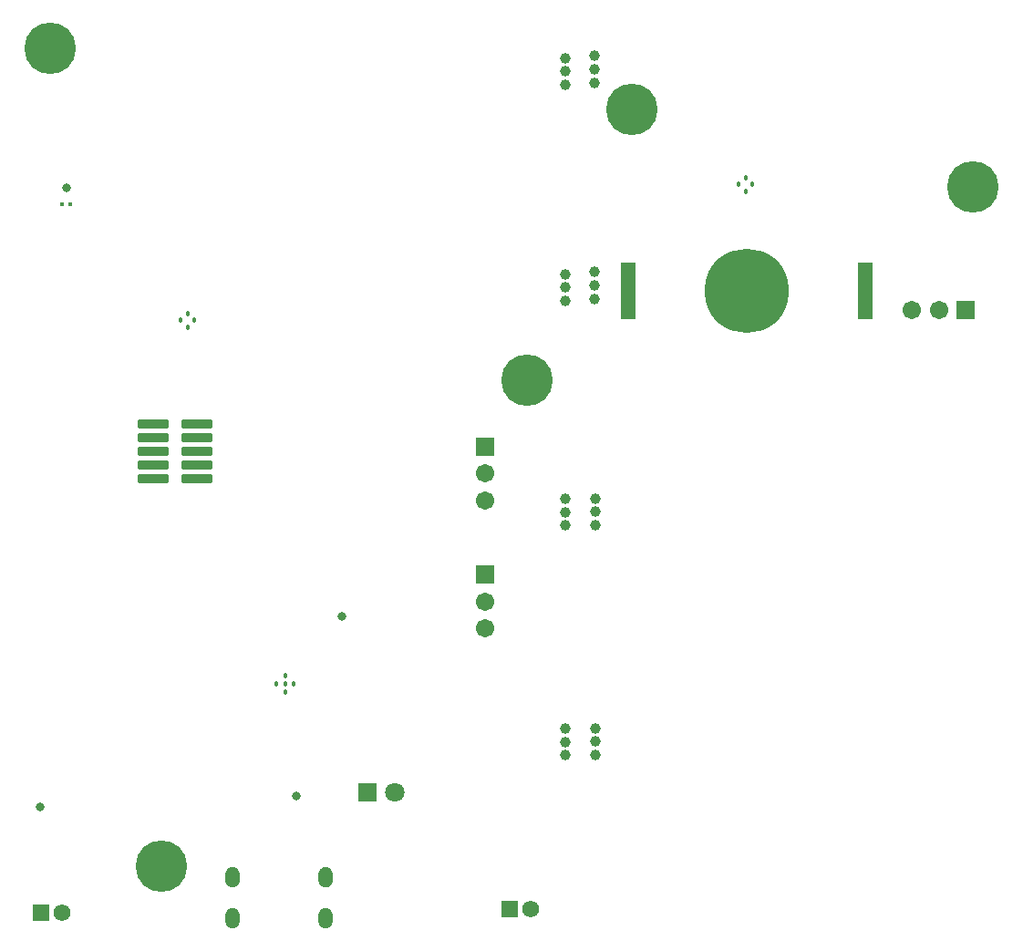
<source format=gbr>
G04*
G04 #@! TF.GenerationSoftware,Altium Limited,Altium Designer,24.10.1 (45)*
G04*
G04 Layer_Color=16711935*
%FSLAX44Y44*%
%MOMM*%
G71*
G04*
G04 #@! TF.SameCoordinates,58AE560C-37F5-4C9B-8F18-908462E99DB1*
G04*
G04*
G04 #@! TF.FilePolarity,Negative*
G04*
G01*
G75*
%ADD28C,1.0000*%
%ADD126C,4.7752*%
%ADD127R,1.5712X1.5712*%
%ADD128C,1.5712*%
%ADD129R,1.7112X1.7112*%
%ADD130C,1.7112*%
%ADD131C,1.8032*%
%ADD132R,1.8032X1.8032*%
%ADD133R,1.7112X1.7112*%
%ADD134C,0.8382*%
%ADD135C,0.4532*%
%ADD136C,0.4572*%
%ADD160R,1.4732X5.2832*%
%ADD161C,7.8232*%
G04:AMPARAMS|DCode=162|XSize=2.8956mm|YSize=0.8382mm|CornerRadius=0.235mm|HoleSize=0mm|Usage=FLASHONLY|Rotation=180.000|XOffset=0mm|YOffset=0mm|HoleType=Round|Shape=RoundedRectangle|*
%AMROUNDEDRECTD162*
21,1,2.8956,0.3683,0,0,180.0*
21,1,2.4257,0.8382,0,0,180.0*
1,1,0.4699,-1.2129,0.1842*
1,1,0.4699,1.2129,0.1842*
1,1,0.4699,1.2129,-0.1842*
1,1,0.4699,-1.2129,-0.1842*
%
%ADD162ROUNDEDRECTD162*%
G36*
X208092Y44670D02*
X208432Y44640D01*
X208772Y44600D01*
X209102Y44540D01*
X209432Y44460D01*
X209762Y44360D01*
X210082Y44250D01*
X210392Y44120D01*
X210702Y43970D01*
X211002Y43810D01*
X211292Y43630D01*
X211572Y43440D01*
X211842Y43230D01*
X212102Y43010D01*
X212352Y42780D01*
X212582Y42530D01*
X212802Y42270D01*
X213012Y42000D01*
X213202Y41720D01*
X213382Y41430D01*
X213542Y41130D01*
X213692Y40820D01*
X213822Y40510D01*
X213932Y40190D01*
X214032Y39860D01*
X214112Y39530D01*
X214172Y39200D01*
X214212Y38860D01*
X214242Y38520D01*
X214252Y38180D01*
Y32180D01*
X214242Y31840D01*
X214212Y31500D01*
X214172Y31160D01*
X214112Y30830D01*
X214032Y30500D01*
X213932Y30170D01*
X213822Y29850D01*
X213692Y29540D01*
X213542Y29230D01*
X213382Y28930D01*
X213202Y28640D01*
X213012Y28360D01*
X212802Y28090D01*
X212582Y27830D01*
X212352Y27580D01*
X212102Y27350D01*
X211842Y27130D01*
X211572Y26920D01*
X211292Y26730D01*
X211002Y26550D01*
X210702Y26390D01*
X210392Y26240D01*
X210082Y26110D01*
X209762Y26000D01*
X209432Y25900D01*
X209102Y25820D01*
X208772Y25760D01*
X208432Y25720D01*
X208092Y25690D01*
X207752Y25680D01*
X207412Y25690D01*
X207072Y25720D01*
X206732Y25760D01*
X206402Y25820D01*
X206072Y25900D01*
X205742Y26000D01*
X205422Y26110D01*
X205112Y26240D01*
X204802Y26390D01*
X204502Y26550D01*
X204212Y26730D01*
X203932Y26920D01*
X203662Y27130D01*
X203402Y27350D01*
X203152Y27580D01*
X202922Y27830D01*
X202702Y28090D01*
X202492Y28360D01*
X202302Y28640D01*
X202122Y28930D01*
X201962Y29230D01*
X201812Y29540D01*
X201682Y29850D01*
X201572Y30170D01*
X201472Y30500D01*
X201392Y30830D01*
X201332Y31160D01*
X201292Y31500D01*
X201262Y31840D01*
X201252Y32180D01*
Y38180D01*
X201262Y38520D01*
X201292Y38860D01*
X201332Y39200D01*
X201392Y39530D01*
X201472Y39860D01*
X201572Y40190D01*
X201682Y40510D01*
X201812Y40820D01*
X201962Y41130D01*
X202122Y41430D01*
X202302Y41720D01*
X202492Y42000D01*
X202702Y42270D01*
X202922Y42530D01*
X203152Y42780D01*
X203402Y43010D01*
X203662Y43230D01*
X203932Y43440D01*
X204212Y43630D01*
X204502Y43810D01*
X204802Y43970D01*
X205112Y44120D01*
X205422Y44250D01*
X205742Y44360D01*
X206072Y44460D01*
X206402Y44540D01*
X206732Y44600D01*
X207072Y44640D01*
X207412Y44670D01*
X207752Y44680D01*
X208092Y44670D01*
D02*
G37*
G36*
Y82670D02*
X208432Y82640D01*
X208772Y82600D01*
X209102Y82540D01*
X209432Y82460D01*
X209762Y82360D01*
X210082Y82250D01*
X210392Y82120D01*
X210702Y81970D01*
X211002Y81810D01*
X211292Y81630D01*
X211572Y81440D01*
X211842Y81230D01*
X212102Y81010D01*
X212352Y80780D01*
X212582Y80530D01*
X212802Y80270D01*
X213012Y80000D01*
X213202Y79720D01*
X213382Y79430D01*
X213542Y79130D01*
X213692Y78820D01*
X213822Y78510D01*
X213932Y78190D01*
X214032Y77860D01*
X214112Y77530D01*
X214172Y77200D01*
X214212Y76860D01*
X214242Y76520D01*
X214252Y76180D01*
Y70180D01*
X214242Y69840D01*
X214212Y69500D01*
X214172Y69160D01*
X214112Y68830D01*
X214032Y68500D01*
X213932Y68170D01*
X213822Y67850D01*
X213692Y67540D01*
X213542Y67230D01*
X213382Y66930D01*
X213202Y66640D01*
X213012Y66360D01*
X212802Y66090D01*
X212582Y65830D01*
X212352Y65580D01*
X212102Y65350D01*
X211842Y65130D01*
X211572Y64920D01*
X211292Y64730D01*
X211002Y64550D01*
X210702Y64390D01*
X210392Y64240D01*
X210082Y64110D01*
X209762Y64000D01*
X209432Y63900D01*
X209102Y63820D01*
X208772Y63760D01*
X208432Y63720D01*
X208092Y63690D01*
X207752Y63680D01*
X207412Y63690D01*
X207072Y63720D01*
X206732Y63760D01*
X206402Y63820D01*
X206072Y63900D01*
X205742Y64000D01*
X205422Y64110D01*
X205112Y64240D01*
X204802Y64390D01*
X204502Y64550D01*
X204212Y64730D01*
X203932Y64920D01*
X203662Y65130D01*
X203402Y65350D01*
X203152Y65580D01*
X202922Y65830D01*
X202702Y66090D01*
X202492Y66360D01*
X202302Y66640D01*
X202122Y66930D01*
X201962Y67230D01*
X201812Y67540D01*
X201682Y67850D01*
X201572Y68170D01*
X201472Y68500D01*
X201392Y68830D01*
X201332Y69160D01*
X201292Y69500D01*
X201262Y69840D01*
X201252Y70180D01*
Y76180D01*
X201262Y76520D01*
X201292Y76860D01*
X201332Y77200D01*
X201392Y77530D01*
X201472Y77860D01*
X201572Y78190D01*
X201682Y78510D01*
X201812Y78820D01*
X201962Y79130D01*
X202122Y79430D01*
X202302Y79720D01*
X202492Y80000D01*
X202702Y80270D01*
X202922Y80530D01*
X203152Y80780D01*
X203402Y81010D01*
X203662Y81230D01*
X203932Y81440D01*
X204212Y81630D01*
X204502Y81810D01*
X204802Y81970D01*
X205112Y82120D01*
X205422Y82250D01*
X205742Y82360D01*
X206072Y82460D01*
X206402Y82540D01*
X206732Y82600D01*
X207072Y82640D01*
X207412Y82670D01*
X207752Y82680D01*
X208092Y82670D01*
D02*
G37*
G36*
X294492Y44670D02*
X294832Y44640D01*
X295172Y44600D01*
X295502Y44540D01*
X295832Y44460D01*
X296162Y44360D01*
X296482Y44250D01*
X296792Y44120D01*
X297102Y43970D01*
X297402Y43810D01*
X297692Y43630D01*
X297972Y43440D01*
X298242Y43230D01*
X298502Y43010D01*
X298752Y42780D01*
X298982Y42530D01*
X299202Y42270D01*
X299412Y42000D01*
X299602Y41720D01*
X299782Y41430D01*
X299942Y41130D01*
X300092Y40820D01*
X300222Y40510D01*
X300332Y40190D01*
X300432Y39860D01*
X300512Y39530D01*
X300572Y39200D01*
X300612Y38860D01*
X300642Y38520D01*
X300652Y38180D01*
Y32180D01*
X300642Y31840D01*
X300612Y31500D01*
X300572Y31160D01*
X300512Y30830D01*
X300432Y30500D01*
X300332Y30170D01*
X300222Y29850D01*
X300092Y29540D01*
X299942Y29230D01*
X299782Y28930D01*
X299602Y28640D01*
X299412Y28360D01*
X299202Y28090D01*
X298982Y27830D01*
X298752Y27580D01*
X298502Y27350D01*
X298242Y27130D01*
X297972Y26920D01*
X297692Y26730D01*
X297402Y26550D01*
X297102Y26390D01*
X296792Y26240D01*
X296482Y26110D01*
X296162Y26000D01*
X295832Y25900D01*
X295502Y25820D01*
X295172Y25760D01*
X294832Y25720D01*
X294492Y25690D01*
X294152Y25680D01*
X293812Y25690D01*
X293472Y25720D01*
X293132Y25760D01*
X292802Y25820D01*
X292472Y25900D01*
X292142Y26000D01*
X291822Y26110D01*
X291512Y26240D01*
X291202Y26390D01*
X290902Y26550D01*
X290612Y26730D01*
X290332Y26920D01*
X290062Y27130D01*
X289802Y27350D01*
X289552Y27580D01*
X289322Y27830D01*
X289102Y28090D01*
X288892Y28360D01*
X288702Y28640D01*
X288522Y28930D01*
X288362Y29230D01*
X288212Y29540D01*
X288082Y29850D01*
X287972Y30170D01*
X287872Y30500D01*
X287792Y30830D01*
X287732Y31160D01*
X287692Y31500D01*
X287662Y31840D01*
X287652Y32180D01*
Y38180D01*
X287662Y38520D01*
X287692Y38860D01*
X287732Y39200D01*
X287792Y39530D01*
X287872Y39860D01*
X287972Y40190D01*
X288082Y40510D01*
X288212Y40820D01*
X288362Y41130D01*
X288522Y41430D01*
X288702Y41720D01*
X288892Y42000D01*
X289102Y42270D01*
X289322Y42530D01*
X289552Y42780D01*
X289802Y43010D01*
X290062Y43230D01*
X290332Y43440D01*
X290612Y43630D01*
X290902Y43810D01*
X291202Y43970D01*
X291512Y44120D01*
X291822Y44250D01*
X292142Y44360D01*
X292472Y44460D01*
X292802Y44540D01*
X293132Y44600D01*
X293472Y44640D01*
X293812Y44670D01*
X294152Y44680D01*
X294492Y44670D01*
D02*
G37*
G36*
Y82670D02*
X294832Y82640D01*
X295172Y82600D01*
X295502Y82540D01*
X295832Y82460D01*
X296162Y82360D01*
X296482Y82250D01*
X296792Y82120D01*
X297102Y81970D01*
X297402Y81810D01*
X297692Y81630D01*
X297972Y81440D01*
X298242Y81230D01*
X298502Y81010D01*
X298752Y80780D01*
X298982Y80530D01*
X299202Y80270D01*
X299412Y80000D01*
X299602Y79720D01*
X299782Y79430D01*
X299942Y79130D01*
X300092Y78820D01*
X300222Y78510D01*
X300332Y78190D01*
X300432Y77860D01*
X300512Y77530D01*
X300572Y77200D01*
X300612Y76860D01*
X300642Y76520D01*
X300652Y76180D01*
Y70180D01*
X300642Y69840D01*
X300612Y69500D01*
X300572Y69160D01*
X300512Y68830D01*
X300432Y68500D01*
X300332Y68170D01*
X300222Y67850D01*
X300092Y67540D01*
X299942Y67230D01*
X299782Y66930D01*
X299602Y66640D01*
X299412Y66360D01*
X299202Y66090D01*
X298982Y65830D01*
X298752Y65580D01*
X298502Y65350D01*
X298242Y65130D01*
X297972Y64920D01*
X297692Y64730D01*
X297402Y64550D01*
X297102Y64390D01*
X296792Y64240D01*
X296482Y64110D01*
X296162Y64000D01*
X295832Y63900D01*
X295502Y63820D01*
X295172Y63760D01*
X294832Y63720D01*
X294492Y63690D01*
X294152Y63680D01*
X293812Y63690D01*
X293472Y63720D01*
X293132Y63760D01*
X292802Y63820D01*
X292472Y63900D01*
X292142Y64000D01*
X291822Y64110D01*
X291512Y64240D01*
X291202Y64390D01*
X290902Y64550D01*
X290612Y64730D01*
X290332Y64920D01*
X290062Y65130D01*
X289802Y65350D01*
X289552Y65580D01*
X289322Y65830D01*
X289102Y66090D01*
X288892Y66360D01*
X288702Y66640D01*
X288522Y66930D01*
X288362Y67230D01*
X288212Y67540D01*
X288082Y67850D01*
X287972Y68170D01*
X287872Y68500D01*
X287792Y68830D01*
X287732Y69160D01*
X287692Y69500D01*
X287662Y69840D01*
X287652Y70180D01*
Y76180D01*
X287662Y76520D01*
X287692Y76860D01*
X287732Y77200D01*
X287792Y77530D01*
X287872Y77860D01*
X287972Y78190D01*
X288082Y78510D01*
X288212Y78820D01*
X288362Y79130D01*
X288522Y79430D01*
X288702Y79720D01*
X288892Y80000D01*
X289102Y80270D01*
X289322Y80530D01*
X289552Y80780D01*
X289802Y81010D01*
X290062Y81230D01*
X290332Y81440D01*
X290612Y81630D01*
X290902Y81810D01*
X291202Y81970D01*
X291512Y82120D01*
X291822Y82250D01*
X292142Y82360D01*
X292472Y82460D01*
X292802Y82540D01*
X293132Y82600D01*
X293472Y82640D01*
X293812Y82670D01*
X294152Y82680D01*
X294492Y82670D01*
D02*
G37*
D28*
X543564Y610434D02*
D03*
Y622880D02*
D03*
Y635072D02*
D03*
X543814Y823468D02*
D03*
Y835660D02*
D03*
Y811022D02*
D03*
X516890Y211074D02*
D03*
Y198882D02*
D03*
Y186436D02*
D03*
X544830Y186690D02*
D03*
Y199136D02*
D03*
Y211328D02*
D03*
X516890Y424434D02*
D03*
Y412242D02*
D03*
Y399796D02*
D03*
X544830Y400050D02*
D03*
Y412496D02*
D03*
Y424688D02*
D03*
X516640Y633294D02*
D03*
Y621102D02*
D03*
Y608656D02*
D03*
X516890Y809244D02*
D03*
Y821690D02*
D03*
Y833882D02*
D03*
D126*
X38354Y842772D02*
D03*
X578358Y786384D02*
D03*
X895096Y714248D02*
D03*
X481076Y534416D02*
D03*
X141478Y83566D02*
D03*
D127*
X464980Y43600D02*
D03*
X29624Y40298D02*
D03*
D128*
X484980Y43600D02*
D03*
X49624Y40298D02*
D03*
D129*
X888854Y599694D02*
D03*
D130*
X863854D02*
D03*
X838854D02*
D03*
X442552Y329184D02*
D03*
Y304184D02*
D03*
X442044Y448056D02*
D03*
Y423056D02*
D03*
D131*
X358140Y152146D02*
D03*
D132*
X332740D02*
D03*
D133*
X442552Y354184D02*
D03*
X442044Y473056D02*
D03*
D134*
X53594Y713486D02*
D03*
X267208Y148336D02*
D03*
X29464Y138430D02*
D03*
X309372Y315722D02*
D03*
D135*
X49784Y698144D02*
D03*
X57404D02*
D03*
D136*
X684196Y709996D02*
D03*
X690696Y716496D02*
D03*
X684196Y722996D02*
D03*
X677696Y716496D02*
D03*
X166078Y583702D02*
D03*
X172578Y590202D02*
D03*
X166078Y596702D02*
D03*
X159578Y590202D02*
D03*
X256540Y244990D02*
D03*
X248790Y252740D02*
D03*
X256540Y260490D02*
D03*
X264290Y252740D02*
D03*
X256540D02*
D03*
D160*
X575574Y617220D02*
D03*
X795274D02*
D03*
D161*
X685424D02*
D03*
D162*
X175006Y493776D02*
D03*
X134366D02*
D03*
X175006Y481076D02*
D03*
X134366D02*
D03*
X175006Y468376D02*
D03*
X134366D02*
D03*
X175006Y455676D02*
D03*
X134366D02*
D03*
X175006Y442976D02*
D03*
X134366D02*
D03*
M02*

</source>
